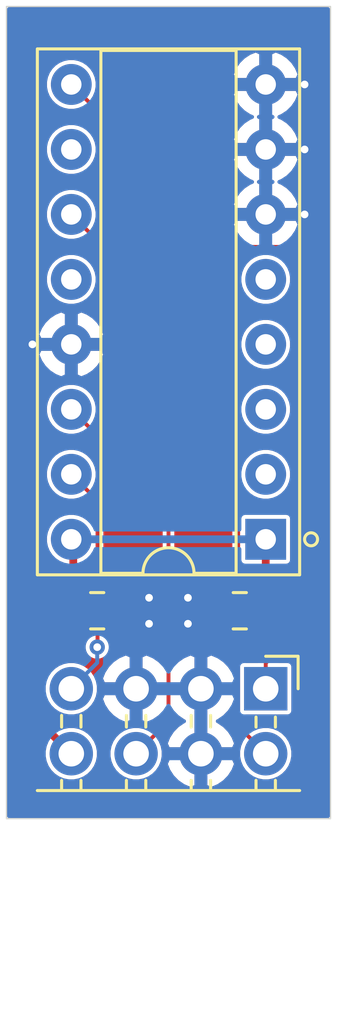
<source format=kicad_pcb>
(kicad_pcb (version 20171130) (host pcbnew "(5.1.5-0-10_14)")

  (general
    (thickness 1.6)
    (drawings 5)
    (tracks 52)
    (zones 0)
    (modules 4)
    (nets 13)
  )

  (page A4)
  (layers
    (0 F.Cu signal)
    (31 B.Cu signal)
    (32 B.Adhes user)
    (33 F.Adhes user)
    (34 B.Paste user)
    (35 F.Paste user)
    (36 B.SilkS user)
    (37 F.SilkS user)
    (38 B.Mask user)
    (39 F.Mask user)
    (40 Dwgs.User user)
    (41 Cmts.User user)
    (42 Eco1.User user)
    (43 Eco2.User user)
    (44 Edge.Cuts user)
    (45 Margin user)
    (46 B.CrtYd user)
    (47 F.CrtYd user)
    (48 B.Fab user hide)
    (49 F.Fab user hide)
  )

  (setup
    (last_trace_width 0.1524)
    (user_trace_width 0.1524)
    (user_trace_width 0.3048)
    (trace_clearance 0.1524)
    (zone_clearance 0.508)
    (zone_45_only no)
    (trace_min 0.1524)
    (via_size 0.6)
    (via_drill 0.3)
    (via_min_size 0.6)
    (via_min_drill 0.3)
    (user_via 0.6 0.3)
    (uvia_size 0.3)
    (uvia_drill 0.1)
    (uvias_allowed no)
    (uvia_min_size 0.2)
    (uvia_min_drill 0.1)
    (edge_width 0.05)
    (segment_width 0.2)
    (pcb_text_width 0.3)
    (pcb_text_size 1.5 1.5)
    (mod_edge_width 0.12)
    (mod_text_size 1 1)
    (mod_text_width 0.15)
    (pad_size 1.524 1.524)
    (pad_drill 0.762)
    (pad_to_mask_clearance 0.051)
    (solder_mask_min_width 0.25)
    (aux_axis_origin 0 0)
    (visible_elements FFFFFF7F)
    (pcbplotparams
      (layerselection 0x010fc_ffffffff)
      (usegerberextensions false)
      (usegerberattributes false)
      (usegerberadvancedattributes false)
      (creategerberjobfile false)
      (excludeedgelayer true)
      (linewidth 0.100000)
      (plotframeref false)
      (viasonmask false)
      (mode 1)
      (useauxorigin false)
      (hpglpennumber 1)
      (hpglpenspeed 20)
      (hpglpendiameter 15.000000)
      (psnegative false)
      (psa4output false)
      (plotreference true)
      (plotvalue true)
      (plotinvisibletext false)
      (padsonsilk false)
      (subtractmaskfromsilk false)
      (outputformat 1)
      (mirror false)
      (drillshape 0)
      (scaleselection 1)
      (outputdirectory "Gerbers/"))
  )

  (net 0 "")
  (net 1 +3V3)
  (net 2 /CIC_DATA1)
  (net 3 /CIC_DATA2)
  (net 4 GND)
  (net 5 /S_CLK)
  (net 6 /COLD_RESET#)
  (net 7 "Net-(U1-Pad5)")
  (net 8 "Net-(U1-Pad12)")
  (net 9 "Net-(U1-Pad4)")
  (net 10 "Net-(U1-Pad3)")
  (net 11 "Net-(U1-Pad10)")
  (net 12 "Net-(U1-Pad2)")

  (net_class Default "This is the default net class."
    (clearance 0.1524)
    (trace_width 0.1524)
    (via_dia 0.6)
    (via_drill 0.3)
    (uvia_dia 0.3)
    (uvia_drill 0.1)
    (add_net +3V3)
    (add_net /CIC_DATA1)
    (add_net /CIC_DATA2)
    (add_net /COLD_RESET#)
    (add_net /S_CLK)
    (add_net GND)
    (add_net "Net-(U1-Pad10)")
    (add_net "Net-(U1-Pad12)")
    (add_net "Net-(U1-Pad2)")
    (add_net "Net-(U1-Pad3)")
    (add_net "Net-(U1-Pad4)")
    (add_net "Net-(U1-Pad5)")
  )

  (module connector:PinHeader_2x04_P2.54mm_Horizontal (layer F.Cu) (tedit 5EAE5AAB) (tstamp 5EAEA892)
    (at 152.4 121.92 270)
    (descr "Through hole angled pin header, 2x04, 2.54mm pitch, 6mm pin length, double rows")
    (tags "Through hole angled pin header THT 2x04 2.54mm double row")
    (path /5EAE6A18)
    (fp_text reference J1 (at -3.048 -1.524 180) (layer F.SilkS) hide
      (effects (font (size 1 1) (thickness 0.15)))
    )
    (fp_text value Conn_02x04_Counter_Clockwise (at 5.655 9.89 90) (layer F.Fab)
      (effects (font (size 1 1) (thickness 0.15)))
    )
    (fp_text user %R (at 5.31 3.81) (layer F.Fab)
      (effects (font (size 1 1) (thickness 0.15)))
    )
    (fp_line (start 13.1 -1.8) (end -1.8 -1.8) (layer F.CrtYd) (width 0.05))
    (fp_line (start 13.1 9.4) (end 13.1 -1.8) (layer F.CrtYd) (width 0.05))
    (fp_line (start -1.8 9.4) (end 13.1 9.4) (layer F.CrtYd) (width 0.05))
    (fp_line (start -1.8 -1.8) (end -1.8 9.4) (layer F.CrtYd) (width 0.05))
    (fp_line (start -1.27 -1.27) (end 0 -1.27) (layer F.SilkS) (width 0.12))
    (fp_line (start -1.27 0) (end -1.27 -1.27) (layer F.SilkS) (width 0.12))
    (fp_line (start 1.042929 8) (end 1.497071 8) (layer F.SilkS) (width 0.12))
    (fp_line (start 1.042929 7.24) (end 1.497071 7.24) (layer F.SilkS) (width 0.12))
    (fp_line (start 3.582929 8) (end 3.98 8) (layer F.SilkS) (width 0.12))
    (fp_line (start 3.582929 7.24) (end 3.98 7.24) (layer F.SilkS) (width 0.12))
    (fp_line (start 1.042929 5.46) (end 1.497071 5.46) (layer F.SilkS) (width 0.12))
    (fp_line (start 1.042929 4.7) (end 1.497071 4.7) (layer F.SilkS) (width 0.12))
    (fp_line (start 3.582929 5.46) (end 3.98 5.46) (layer F.SilkS) (width 0.12))
    (fp_line (start 3.582929 4.7) (end 3.98 4.7) (layer F.SilkS) (width 0.12))
    (fp_line (start 1.042929 2.92) (end 1.497071 2.92) (layer F.SilkS) (width 0.12))
    (fp_line (start 1.042929 2.16) (end 1.497071 2.16) (layer F.SilkS) (width 0.12))
    (fp_line (start 3.582929 2.92) (end 3.98 2.92) (layer F.SilkS) (width 0.12))
    (fp_line (start 3.582929 2.16) (end 3.98 2.16) (layer F.SilkS) (width 0.12))
    (fp_line (start 1.11 0.38) (end 1.497071 0.38) (layer F.SilkS) (width 0.12))
    (fp_line (start 1.11 -0.38) (end 1.497071 -0.38) (layer F.SilkS) (width 0.12))
    (fp_line (start 3.582929 0.38) (end 3.98 0.38) (layer F.SilkS) (width 0.12))
    (fp_line (start 3.582929 -0.38) (end 3.98 -0.38) (layer F.SilkS) (width 0.12))
    (fp_line (start 3.98 -1.33) (end 3.98 8.95) (layer F.SilkS) (width 0.12))
    (fp_line (start -0.32 7.94) (end 4.04 7.94) (layer F.Fab) (width 0.1))
    (fp_line (start -0.32 7.3) (end -0.32 7.94) (layer F.Fab) (width 0.1))
    (fp_line (start -0.32 7.3) (end 4.04 7.3) (layer F.Fab) (width 0.1))
    (fp_line (start -0.32 5.4) (end 4.04 5.4) (layer F.Fab) (width 0.1))
    (fp_line (start -0.32 4.76) (end -0.32 5.4) (layer F.Fab) (width 0.1))
    (fp_line (start -0.32 4.76) (end 4.04 4.76) (layer F.Fab) (width 0.1))
    (fp_line (start -0.32 2.86) (end 4.04 2.86) (layer F.Fab) (width 0.1))
    (fp_line (start -0.32 2.22) (end -0.32 2.86) (layer F.Fab) (width 0.1))
    (fp_line (start -0.32 2.22) (end 4.04 2.22) (layer F.Fab) (width 0.1))
    (fp_line (start -0.32 0.32) (end 4.04 0.32) (layer F.Fab) (width 0.1))
    (fp_line (start -0.32 -0.32) (end -0.32 0.32) (layer F.Fab) (width 0.1))
    (fp_line (start -0.32 -0.32) (end 4.04 -0.32) (layer F.Fab) (width 0.1))
    (fp_line (start 4.04 8.89) (end 4.04 -0.635) (layer F.Fab) (width 0.1))
    (pad 8 thru_hole oval (at 2.54 7.62 270) (size 1.7 1.7) (drill 1) (layers *.Cu *.Mask)
      (net 1 +3V3))
    (pad 7 thru_hole oval (at 0 7.62 270) (size 1.7 1.7) (drill 1) (layers *.Cu *.Mask)
      (net 2 /CIC_DATA1))
    (pad 6 thru_hole oval (at 2.54 5.08 270) (size 1.7 1.7) (drill 1) (layers *.Cu *.Mask)
      (net 3 /CIC_DATA2))
    (pad 5 thru_hole oval (at 0 5.08 270) (size 1.7 1.7) (drill 1) (layers *.Cu *.Mask)
      (net 4 GND))
    (pad 4 thru_hole oval (at 2.54 2.54 270) (size 1.7 1.7) (drill 1) (layers *.Cu *.Mask)
      (net 4 GND))
    (pad 3 thru_hole oval (at 0 2.54 270) (size 1.7 1.7) (drill 1) (layers *.Cu *.Mask)
      (net 4 GND))
    (pad 2 thru_hole oval (at 2.54 0 270) (size 1.7 1.7) (drill 1) (layers *.Cu *.Mask)
      (net 5 /S_CLK))
    (pad 1 thru_hole rect (at 0 0 270) (size 1.7 1.7) (drill 1) (layers *.Cu *.Mask)
      (net 6 /COLD_RESET#))
    (model ${KISYS3DMOD}/Connector_PinHeader_2.54mm.3dshapes/PinHeader_2x04_P2.54mm_Horizontal.wrl
      (at (xyz 0 0 0))
      (scale (xyz 1 1 1))
      (rotate (xyz 0 0 0))
    )
  )

  (module Capacitor_SMD:C_0805_2012Metric (layer F.Cu) (tedit 5B36C52B) (tstamp 5EAEB039)
    (at 151.384 118.872 180)
    (descr "Capacitor SMD 0805 (2012 Metric), square (rectangular) end terminal, IPC_7351 nominal, (Body size source: https://docs.google.com/spreadsheets/d/1BsfQQcO9C6DZCsRaXUlFlo91Tg2WpOkGARC1WS5S8t0/edit?usp=sharing), generated with kicad-footprint-generator")
    (tags capacitor)
    (path /5EB01256)
    (attr smd)
    (fp_text reference C2 (at 2.794 0 180) (layer F.SilkS) hide
      (effects (font (size 1 1) (thickness 0.15)))
    )
    (fp_text value 100n (at 0 1.65) (layer F.Fab)
      (effects (font (size 1 1) (thickness 0.15)))
    )
    (fp_text user %R (at 0 0) (layer F.Fab)
      (effects (font (size 0.5 0.5) (thickness 0.08)))
    )
    (fp_line (start 1.68 0.95) (end -1.68 0.95) (layer F.CrtYd) (width 0.05))
    (fp_line (start 1.68 -0.95) (end 1.68 0.95) (layer F.CrtYd) (width 0.05))
    (fp_line (start -1.68 -0.95) (end 1.68 -0.95) (layer F.CrtYd) (width 0.05))
    (fp_line (start -1.68 0.95) (end -1.68 -0.95) (layer F.CrtYd) (width 0.05))
    (fp_line (start -0.258578 0.71) (end 0.258578 0.71) (layer F.SilkS) (width 0.12))
    (fp_line (start -0.258578 -0.71) (end 0.258578 -0.71) (layer F.SilkS) (width 0.12))
    (fp_line (start 1 0.6) (end -1 0.6) (layer F.Fab) (width 0.1))
    (fp_line (start 1 -0.6) (end 1 0.6) (layer F.Fab) (width 0.1))
    (fp_line (start -1 -0.6) (end 1 -0.6) (layer F.Fab) (width 0.1))
    (fp_line (start -1 0.6) (end -1 -0.6) (layer F.Fab) (width 0.1))
    (pad 2 smd roundrect (at 0.9375 0 180) (size 0.975 1.4) (layers F.Cu F.Paste F.Mask) (roundrect_rratio 0.25)
      (net 4 GND))
    (pad 1 smd roundrect (at -0.9375 0 180) (size 0.975 1.4) (layers F.Cu F.Paste F.Mask) (roundrect_rratio 0.25)
      (net 1 +3V3))
    (model ${KISYS3DMOD}/Capacitor_SMD.3dshapes/C_0805_2012Metric.wrl
      (at (xyz 0 0 0))
      (scale (xyz 1 1 1))
      (rotate (xyz 0 0 0))
    )
  )

  (module Capacitor_SMD:C_0805_2012Metric (layer F.Cu) (tedit 5B36C52B) (tstamp 5EAEB549)
    (at 145.796 118.872)
    (descr "Capacitor SMD 0805 (2012 Metric), square (rectangular) end terminal, IPC_7351 nominal, (Body size source: https://docs.google.com/spreadsheets/d/1BsfQQcO9C6DZCsRaXUlFlo91Tg2WpOkGARC1WS5S8t0/edit?usp=sharing), generated with kicad-footprint-generator")
    (tags capacitor)
    (path /5EB00882)
    (attr smd)
    (fp_text reference C1 (at 2.794 0 180) (layer F.SilkS) hide
      (effects (font (size 1 1) (thickness 0.15)))
    )
    (fp_text value 2u2 (at 0 1.65) (layer F.Fab)
      (effects (font (size 1 1) (thickness 0.15)))
    )
    (fp_text user %R (at 0 0) (layer F.Fab)
      (effects (font (size 0.5 0.5) (thickness 0.08)))
    )
    (fp_line (start 1.68 0.95) (end -1.68 0.95) (layer F.CrtYd) (width 0.05))
    (fp_line (start 1.68 -0.95) (end 1.68 0.95) (layer F.CrtYd) (width 0.05))
    (fp_line (start -1.68 -0.95) (end 1.68 -0.95) (layer F.CrtYd) (width 0.05))
    (fp_line (start -1.68 0.95) (end -1.68 -0.95) (layer F.CrtYd) (width 0.05))
    (fp_line (start -0.258578 0.71) (end 0.258578 0.71) (layer F.SilkS) (width 0.12))
    (fp_line (start -0.258578 -0.71) (end 0.258578 -0.71) (layer F.SilkS) (width 0.12))
    (fp_line (start 1 0.6) (end -1 0.6) (layer F.Fab) (width 0.1))
    (fp_line (start 1 -0.6) (end 1 0.6) (layer F.Fab) (width 0.1))
    (fp_line (start -1 -0.6) (end 1 -0.6) (layer F.Fab) (width 0.1))
    (fp_line (start -1 0.6) (end -1 -0.6) (layer F.Fab) (width 0.1))
    (pad 2 smd roundrect (at 0.9375 0) (size 0.975 1.4) (layers F.Cu F.Paste F.Mask) (roundrect_rratio 0.25)
      (net 4 GND))
    (pad 1 smd roundrect (at -0.9375 0) (size 0.975 1.4) (layers F.Cu F.Paste F.Mask) (roundrect_rratio 0.25)
      (net 1 +3V3))
    (model ${KISYS3DMOD}/Capacitor_SMD.3dshapes/C_0805_2012Metric.wrl
      (at (xyz 0 0 0))
      (scale (xyz 1 1 1))
      (rotate (xyz 0 0 0))
    )
  )

  (module Package_DIP:DIP-16_W7.62mm_Socket (layer F.Cu) (tedit 5A02E8C5) (tstamp 5EAEA8BE)
    (at 152.4 116.078 180)
    (descr "16-lead though-hole mounted DIP package, row spacing 7.62 mm (300 mils), Socket")
    (tags "THT DIP DIL PDIP 2.54mm 7.62mm 300mil Socket")
    (path /5EAE78FD)
    (fp_text reference U1 (at 7.62 20.32 180) (layer F.SilkS) hide
      (effects (font (size 1 1) (thickness 0.15)))
    )
    (fp_text value CIC-NUS-6102A (at 3.81 20.11) (layer F.Fab)
      (effects (font (size 1 1) (thickness 0.15)))
    )
    (fp_text user %R (at 3.81 8.89) (layer F.Fab)
      (effects (font (size 1 1) (thickness 0.15)))
    )
    (fp_line (start 9.15 -1.6) (end -1.55 -1.6) (layer F.CrtYd) (width 0.05))
    (fp_line (start 9.15 19.4) (end 9.15 -1.6) (layer F.CrtYd) (width 0.05))
    (fp_line (start -1.55 19.4) (end 9.15 19.4) (layer F.CrtYd) (width 0.05))
    (fp_line (start -1.55 -1.6) (end -1.55 19.4) (layer F.CrtYd) (width 0.05))
    (fp_line (start 8.95 -1.39) (end -1.33 -1.39) (layer F.SilkS) (width 0.12))
    (fp_line (start 8.95 19.17) (end 8.95 -1.39) (layer F.SilkS) (width 0.12))
    (fp_line (start -1.33 19.17) (end 8.95 19.17) (layer F.SilkS) (width 0.12))
    (fp_line (start -1.33 -1.39) (end -1.33 19.17) (layer F.SilkS) (width 0.12))
    (fp_line (start 6.46 -1.33) (end 4.81 -1.33) (layer F.SilkS) (width 0.12))
    (fp_line (start 6.46 19.11) (end 6.46 -1.33) (layer F.SilkS) (width 0.12))
    (fp_line (start 1.16 19.11) (end 6.46 19.11) (layer F.SilkS) (width 0.12))
    (fp_line (start 1.16 -1.33) (end 1.16 19.11) (layer F.SilkS) (width 0.12))
    (fp_line (start 2.81 -1.33) (end 1.16 -1.33) (layer F.SilkS) (width 0.12))
    (fp_line (start 8.89 -1.33) (end -1.27 -1.33) (layer F.Fab) (width 0.1))
    (fp_line (start 8.89 19.11) (end 8.89 -1.33) (layer F.Fab) (width 0.1))
    (fp_line (start -1.27 19.11) (end 8.89 19.11) (layer F.Fab) (width 0.1))
    (fp_line (start -1.27 -1.33) (end -1.27 19.11) (layer F.Fab) (width 0.1))
    (fp_line (start 0.635 -0.27) (end 1.635 -1.27) (layer F.Fab) (width 0.1))
    (fp_line (start 0.635 19.05) (end 0.635 -0.27) (layer F.Fab) (width 0.1))
    (fp_line (start 6.985 19.05) (end 0.635 19.05) (layer F.Fab) (width 0.1))
    (fp_line (start 6.985 -1.27) (end 6.985 19.05) (layer F.Fab) (width 0.1))
    (fp_line (start 1.635 -1.27) (end 6.985 -1.27) (layer F.Fab) (width 0.1))
    (fp_arc (start 3.81 -1.33) (end 2.81 -1.33) (angle -180) (layer F.SilkS) (width 0.12))
    (pad 16 thru_hole oval (at 7.62 0 180) (size 1.6 1.6) (drill 0.8) (layers *.Cu *.Mask)
      (net 1 +3V3))
    (pad 8 thru_hole oval (at 0 17.78 180) (size 1.6 1.6) (drill 0.8) (layers *.Cu *.Mask)
      (net 4 GND))
    (pad 15 thru_hole oval (at 7.62 2.54 180) (size 1.6 1.6) (drill 0.8) (layers *.Cu *.Mask)
      (net 2 /CIC_DATA1))
    (pad 7 thru_hole oval (at 0 15.24 180) (size 1.6 1.6) (drill 0.8) (layers *.Cu *.Mask)
      (net 4 GND))
    (pad 14 thru_hole oval (at 7.62 5.08 180) (size 1.6 1.6) (drill 0.8) (layers *.Cu *.Mask)
      (net 3 /CIC_DATA2))
    (pad 6 thru_hole oval (at 0 12.7 180) (size 1.6 1.6) (drill 0.8) (layers *.Cu *.Mask)
      (net 4 GND))
    (pad 13 thru_hole oval (at 7.62 7.62 180) (size 1.6 1.6) (drill 0.8) (layers *.Cu *.Mask)
      (net 4 GND))
    (pad 5 thru_hole oval (at 0 10.16 180) (size 1.6 1.6) (drill 0.8) (layers *.Cu *.Mask)
      (net 7 "Net-(U1-Pad5)"))
    (pad 12 thru_hole oval (at 7.62 10.16 180) (size 1.6 1.6) (drill 0.8) (layers *.Cu *.Mask)
      (net 8 "Net-(U1-Pad12)"))
    (pad 4 thru_hole oval (at 0 7.62 180) (size 1.6 1.6) (drill 0.8) (layers *.Cu *.Mask)
      (net 9 "Net-(U1-Pad4)"))
    (pad 11 thru_hole oval (at 7.62 12.7 180) (size 1.6 1.6) (drill 0.8) (layers *.Cu *.Mask)
      (net 5 /S_CLK))
    (pad 3 thru_hole oval (at 0 5.08 180) (size 1.6 1.6) (drill 0.8) (layers *.Cu *.Mask)
      (net 10 "Net-(U1-Pad3)"))
    (pad 10 thru_hole oval (at 7.62 15.24 180) (size 1.6 1.6) (drill 0.8) (layers *.Cu *.Mask)
      (net 11 "Net-(U1-Pad10)"))
    (pad 2 thru_hole oval (at 0 2.54 180) (size 1.6 1.6) (drill 0.8) (layers *.Cu *.Mask)
      (net 12 "Net-(U1-Pad2)"))
    (pad 9 thru_hole oval (at 7.62 17.78 180) (size 1.6 1.6) (drill 0.8) (layers *.Cu *.Mask)
      (net 6 /COLD_RESET#))
    (pad 1 thru_hole rect (at 0 0 180) (size 1.6 1.6) (drill 0.8) (layers *.Cu *.Mask)
      (net 1 +3V3))
    (model ${KISYS3DMOD}/Package_DIP.3dshapes/DIP-16_W7.62mm_Socket.wrl
      (at (xyz 0 0 0))
      (scale (xyz 1 1 1))
      (rotate (xyz 0 0 0))
    )
  )

  (gr_circle (center 154.178 116.078) (end 154.178 116.332) (layer F.SilkS) (width 0.12))
  (gr_line (start 154.94 95.25) (end 154.94 127) (layer Edge.Cuts) (width 0.05) (tstamp 5EAEBC74))
  (gr_line (start 142.24 95.25) (end 154.94 95.25) (layer Edge.Cuts) (width 0.05))
  (gr_line (start 142.24 127) (end 142.24 95.25) (layer Edge.Cuts) (width 0.05))
  (gr_line (start 154.94 127) (end 142.24 127) (layer Edge.Cuts) (width 0.05))

  (segment (start 144.372973 119.357527) (end 144.8585 118.872) (width 0.3048) (layer F.Cu) (net 1))
  (segment (start 143.625199 123.305199) (end 143.625199 120.105301) (width 0.3048) (layer F.Cu) (net 1))
  (segment (start 143.625199 120.105301) (end 144.372973 119.357527) (width 0.3048) (layer F.Cu) (net 1))
  (segment (start 144.78 124.46) (end 143.625199 123.305199) (width 0.3048) (layer F.Cu) (net 1))
  (segment (start 144.78 116.078) (end 152.4 116.078) (width 0.3048) (layer B.Cu) (net 1))
  (segment (start 152.4 118.9505) (end 152.3215 118.872) (width 0.3048) (layer F.Cu) (net 1))
  (segment (start 152.5755 116.2535) (end 152.4 116.078) (width 0.3048) (layer F.Cu) (net 1))
  (segment (start 144.8585 116.1565) (end 144.78 116.078) (width 0.3048) (layer F.Cu) (net 1))
  (segment (start 144.8585 118.872) (end 144.8585 116.1565) (width 0.3048) (layer F.Cu) (net 1))
  (segment (start 152.4 118.7935) (end 152.3215 118.872) (width 0.3048) (layer F.Cu) (net 1))
  (segment (start 152.4 116.078) (end 152.4 118.7935) (width 0.3048) (layer F.Cu) (net 1))
  (segment (start 145.579999 114.337999) (end 144.78 113.538) (width 0.1524) (layer F.Cu) (net 2))
  (segment (start 145.808601 114.566601) (end 145.579999 114.337999) (width 0.1524) (layer F.Cu) (net 2))
  (segment (start 145.796 120.904) (end 145.796 120.5992) (width 0.1524) (layer B.Cu) (net 2))
  (via (at 145.796 120.2944) (size 0.6) (drill 0.3) (layers F.Cu B.Cu) (net 2))
  (segment (start 145.808601 120.281799) (end 145.796 120.2944) (width 0.1524) (layer F.Cu) (net 2))
  (segment (start 145.808601 114.566601) (end 145.808601 120.281799) (width 0.1524) (layer F.Cu) (net 2))
  (segment (start 145.796 120.904) (end 144.78 121.92) (width 0.1524) (layer B.Cu) (net 2))
  (segment (start 145.796 120.2944) (end 145.796 120.904) (width 0.1524) (layer B.Cu) (net 2))
  (segment (start 148.59 114.808) (end 145.579999 111.797999) (width 0.1524) (layer F.Cu) (net 3))
  (segment (start 145.579999 111.797999) (end 144.78 110.998) (width 0.1524) (layer F.Cu) (net 3))
  (segment (start 148.59 123.19) (end 148.59 114.808) (width 0.1524) (layer F.Cu) (net 3))
  (segment (start 147.32 124.46) (end 148.59 123.19) (width 0.1524) (layer F.Cu) (net 3))
  (via (at 149.352 119.38) (size 0.6) (drill 0.3) (layers F.Cu B.Cu) (net 4))
  (via (at 149.352 118.364) (size 0.6) (drill 0.3) (layers F.Cu B.Cu) (net 4))
  (via (at 147.828 119.38) (size 0.6) (drill 0.3) (layers F.Cu B.Cu) (net 4))
  (via (at 147.828 118.364) (size 0.6) (drill 0.3) (layers F.Cu B.Cu) (net 4))
  (segment (start 147.828 118.364) (end 147.32 118.872) (width 0.3048) (layer F.Cu) (net 4))
  (segment (start 147.32 118.872) (end 147.828 119.38) (width 0.3048) (layer F.Cu) (net 4))
  (segment (start 147.32 118.872) (end 146.7335 118.872) (width 0.3048) (layer F.Cu) (net 4))
  (segment (start 149.352 119.38) (end 149.86 118.872) (width 0.3048) (layer F.Cu) (net 4))
  (segment (start 149.86 118.872) (end 149.352 118.364) (width 0.3048) (layer F.Cu) (net 4))
  (segment (start 149.86 118.872) (end 150.4465 118.872) (width 0.3048) (layer F.Cu) (net 4))
  (via (at 153.924 98.298) (size 0.6) (drill 0.3) (layers F.Cu B.Cu) (net 4))
  (via (at 153.924 100.838) (size 0.6) (drill 0.3) (layers F.Cu B.Cu) (net 4))
  (via (at 153.924 103.378) (size 0.6) (drill 0.3) (layers F.Cu B.Cu) (net 4))
  (segment (start 152.4 98.298) (end 153.924 98.298) (width 0.3048) (layer F.Cu) (net 4))
  (segment (start 152.4 100.838) (end 153.924 100.838) (width 0.3048) (layer F.Cu) (net 4))
  (segment (start 152.4 103.378) (end 153.924 103.378) (width 0.3048) (layer F.Cu) (net 4))
  (via (at 143.256 108.458) (size 0.6) (drill 0.3) (layers F.Cu B.Cu) (net 4))
  (segment (start 144.78 108.458) (end 143.256 108.458) (width 0.3048) (layer F.Cu) (net 4))
  (segment (start 145.579999 104.177999) (end 144.78 103.378) (width 0.1524) (layer F.Cu) (net 5))
  (segment (start 151.321399 109.919399) (end 145.579999 104.177999) (width 0.1524) (layer F.Cu) (net 5))
  (segment (start 151.321399 123.381399) (end 151.321399 109.919399) (width 0.1524) (layer F.Cu) (net 5))
  (segment (start 152.4 124.46) (end 151.321399 123.381399) (width 0.1524) (layer F.Cu) (net 5))
  (segment (start 145.579999 99.097999) (end 144.78 98.298) (width 0.1524) (layer F.Cu) (net 6))
  (segment (start 151.13 104.648) (end 145.579999 99.097999) (width 0.1524) (layer F.Cu) (net 6))
  (segment (start 153.924 105.664) (end 152.908 104.648) (width 0.1524) (layer F.Cu) (net 6))
  (segment (start 153.924 119.3936) (end 153.924 105.664) (width 0.1524) (layer F.Cu) (net 6))
  (segment (start 152.4 120.9176) (end 153.924 119.3936) (width 0.1524) (layer F.Cu) (net 6))
  (segment (start 152.908 104.648) (end 151.13 104.648) (width 0.1524) (layer F.Cu) (net 6))
  (segment (start 152.4 121.92) (end 152.4 120.9176) (width 0.1524) (layer F.Cu) (net 6))

  (zone (net 4) (net_name GND) (layer F.Cu) (tstamp 5EB220D3) (hatch edge 0.508)
    (connect_pads (clearance 0))
    (min_thickness 0.1524)
    (fill yes (arc_segments 32) (thermal_gap 0.508) (thermal_bridge_width 0.508))
    (polygon
      (pts
        (xy 155.194 127.254) (xy 141.986 127.254) (xy 141.986 94.996) (xy 155.194 94.996)
      )
    )
    (filled_polygon
      (pts
        (xy 154.838801 126.8988) (xy 142.3412 126.8988) (xy 142.3412 120.105301) (xy 143.242356 120.105301) (xy 143.2442 120.124021)
        (xy 143.244199 123.286489) (xy 143.242356 123.305199) (xy 143.244199 123.323909) (xy 143.244199 123.323911) (xy 143.249712 123.379887)
        (xy 143.254711 123.396365) (xy 143.271498 123.451706) (xy 143.306877 123.517895) (xy 143.322865 123.537376) (xy 143.354488 123.57591)
        (xy 143.369031 123.587845) (xy 143.79666 124.015475) (xy 143.74285 124.145384) (xy 143.7014 124.353767) (xy 143.7014 124.566233)
        (xy 143.74285 124.774616) (xy 143.824157 124.970909) (xy 143.942197 125.147567) (xy 144.092433 125.297803) (xy 144.269091 125.415843)
        (xy 144.465384 125.49715) (xy 144.673767 125.5386) (xy 144.886233 125.5386) (xy 145.094616 125.49715) (xy 145.290909 125.415843)
        (xy 145.467567 125.297803) (xy 145.617803 125.147567) (xy 145.735843 124.970909) (xy 145.81715 124.774616) (xy 145.8586 124.566233)
        (xy 145.8586 124.353767) (xy 145.81715 124.145384) (xy 145.735843 123.949091) (xy 145.617803 123.772433) (xy 145.467567 123.622197)
        (xy 145.290909 123.504157) (xy 145.094616 123.42285) (xy 144.886233 123.3814) (xy 144.673767 123.3814) (xy 144.465384 123.42285)
        (xy 144.335475 123.47666) (xy 144.006199 123.147385) (xy 144.006199 122.671569) (xy 144.092433 122.757803) (xy 144.269091 122.875843)
        (xy 144.465384 122.95715) (xy 144.673767 122.9986) (xy 144.886233 122.9986) (xy 145.094616 122.95715) (xy 145.290909 122.875843)
        (xy 145.467567 122.757803) (xy 145.617803 122.607567) (xy 145.735843 122.430909) (xy 145.782511 122.31824) (xy 145.942192 122.31824)
        (xy 146.046359 122.579385) (xy 146.199471 122.81519) (xy 146.395645 123.016594) (xy 146.627341 123.175856) (xy 146.885656 123.286856)
        (xy 146.921761 123.297801) (xy 147.1422 123.19582) (xy 147.1422 122.0978) (xy 146.042907 122.0978) (xy 145.942192 122.31824)
        (xy 145.782511 122.31824) (xy 145.81715 122.234616) (xy 145.8586 122.026233) (xy 145.8586 121.813767) (xy 145.81715 121.605384)
        (xy 145.782512 121.52176) (xy 145.942192 121.52176) (xy 146.042907 121.7422) (xy 147.1422 121.7422) (xy 147.1422 120.64418)
        (xy 146.921761 120.542199) (xy 146.885656 120.553144) (xy 146.627341 120.664144) (xy 146.395645 120.823406) (xy 146.199471 121.02481)
        (xy 146.046359 121.260615) (xy 145.942192 121.52176) (xy 145.782512 121.52176) (xy 145.735843 121.409091) (xy 145.617803 121.232433)
        (xy 145.467567 121.082197) (xy 145.290909 120.964157) (xy 145.094616 120.88285) (xy 144.886233 120.8414) (xy 144.673767 120.8414)
        (xy 144.465384 120.88285) (xy 144.269091 120.964157) (xy 144.092433 121.082197) (xy 144.006199 121.168431) (xy 144.006199 120.263115)
        (xy 144.487337 119.781978) (xy 144.522383 119.792609) (xy 144.61475 119.801706) (xy 145.10225 119.801706) (xy 145.194617 119.792609)
        (xy 145.283434 119.765666) (xy 145.365288 119.721914) (xy 145.437034 119.663034) (xy 145.495914 119.591288) (xy 145.503802 119.576531)
        (xy 145.503802 119.853898) (xy 145.459037 119.883809) (xy 145.385409 119.957437) (xy 145.32756 120.044014) (xy 145.287713 120.140213)
        (xy 145.2674 120.242337) (xy 145.2674 120.346463) (xy 145.287713 120.448587) (xy 145.32756 120.544786) (xy 145.385409 120.631363)
        (xy 145.459037 120.704991) (xy 145.545614 120.76284) (xy 145.641813 120.802687) (xy 145.743937 120.823) (xy 145.848063 120.823)
        (xy 145.950187 120.802687) (xy 146.046386 120.76284) (xy 146.132963 120.704991) (xy 146.206591 120.631363) (xy 146.26444 120.544786)
        (xy 146.304287 120.448587) (xy 146.3246 120.346463) (xy 146.3246 120.242337) (xy 146.307817 120.157959) (xy 146.40965 120.1562)
        (xy 146.5557 120.01015) (xy 146.5557 119.0498) (xy 146.9113 119.0498) (xy 146.9113 120.01015) (xy 147.05735 120.1562)
        (xy 147.221 120.159027) (xy 147.335523 120.147747) (xy 147.445646 120.114342) (xy 147.547135 120.060095) (xy 147.636091 119.987091)
        (xy 147.709095 119.898135) (xy 147.763342 119.796646) (xy 147.796747 119.686523) (xy 147.808027 119.572) (xy 147.8052 119.19585)
        (xy 147.65915 119.0498) (xy 146.9113 119.0498) (xy 146.5557 119.0498) (xy 146.5357 119.0498) (xy 146.5357 118.6942)
        (xy 146.5557 118.6942) (xy 146.5557 117.73385) (xy 146.9113 117.73385) (xy 146.9113 118.6942) (xy 147.65915 118.6942)
        (xy 147.8052 118.54815) (xy 147.808027 118.172) (xy 147.796747 118.057477) (xy 147.763342 117.947354) (xy 147.709095 117.845865)
        (xy 147.636091 117.756909) (xy 147.547135 117.683905) (xy 147.445646 117.629658) (xy 147.335523 117.596253) (xy 147.221 117.584973)
        (xy 147.05735 117.5878) (xy 146.9113 117.73385) (xy 146.5557 117.73385) (xy 146.40965 117.5878) (xy 146.246 117.584973)
        (xy 146.131477 117.596253) (xy 146.113401 117.601736) (xy 146.113401 114.581558) (xy 146.114874 114.5666) (xy 146.113401 114.551642)
        (xy 146.113401 114.551635) (xy 146.10899 114.50685) (xy 146.091561 114.449395) (xy 146.063259 114.396444) (xy 146.025169 114.350033)
        (xy 146.013546 114.340494) (xy 145.806111 114.13306) (xy 145.806107 114.133055) (xy 145.693509 114.020457) (xy 145.769072 113.838032)
        (xy 145.8086 113.639308) (xy 145.8086 113.436692) (xy 145.769072 113.237968) (xy 145.691534 113.050775) (xy 145.578966 112.882306)
        (xy 145.435694 112.739034) (xy 145.267225 112.626466) (xy 145.080032 112.548928) (xy 144.881308 112.5094) (xy 144.678692 112.5094)
        (xy 144.479968 112.548928) (xy 144.292775 112.626466) (xy 144.124306 112.739034) (xy 143.981034 112.882306) (xy 143.868466 113.050775)
        (xy 143.790928 113.237968) (xy 143.7514 113.436692) (xy 143.7514 113.639308) (xy 143.790928 113.838032) (xy 143.868466 114.025225)
        (xy 143.981034 114.193694) (xy 144.124306 114.336966) (xy 144.292775 114.449534) (xy 144.479968 114.527072) (xy 144.678692 114.5666)
        (xy 144.881308 114.5666) (xy 145.080032 114.527072) (xy 145.262457 114.451509) (xy 145.375055 114.564107) (xy 145.37506 114.564111)
        (xy 145.503801 114.692853) (xy 145.503801 115.347141) (xy 145.435694 115.279034) (xy 145.267225 115.166466) (xy 145.080032 115.088928)
        (xy 144.881308 115.0494) (xy 144.678692 115.0494) (xy 144.479968 115.088928) (xy 144.292775 115.166466) (xy 144.124306 115.279034)
        (xy 143.981034 115.422306) (xy 143.868466 115.590775) (xy 143.790928 115.777968) (xy 143.7514 115.976692) (xy 143.7514 116.179308)
        (xy 143.790928 116.378032) (xy 143.868466 116.565225) (xy 143.981034 116.733694) (xy 144.124306 116.876966) (xy 144.292775 116.989534)
        (xy 144.477501 117.06605) (xy 144.4775 117.965006) (xy 144.433566 117.978334) (xy 144.351712 118.022086) (xy 144.279966 118.080966)
        (xy 144.221086 118.152712) (xy 144.177334 118.234566) (xy 144.150391 118.323383) (xy 144.141294 118.41575) (xy 144.141294 119.050392)
        (xy 144.116802 119.074884) (xy 144.116797 119.074888) (xy 143.369026 119.82266) (xy 143.354489 119.83459) (xy 143.34256 119.849126)
        (xy 143.306877 119.892605) (xy 143.271498 119.958794) (xy 143.249713 120.030613) (xy 143.242356 120.105301) (xy 142.3412 120.105301)
        (xy 142.3412 110.896692) (xy 143.7514 110.896692) (xy 143.7514 111.099308) (xy 143.790928 111.298032) (xy 143.868466 111.485225)
        (xy 143.981034 111.653694) (xy 144.124306 111.796966) (xy 144.292775 111.909534) (xy 144.479968 111.987072) (xy 144.678692 112.0266)
        (xy 144.881308 112.0266) (xy 145.080032 111.987072) (xy 145.262457 111.911509) (xy 145.375055 112.024107) (xy 145.375061 112.024112)
        (xy 148.285201 114.934253) (xy 148.2852 120.86534) (xy 148.244355 120.823406) (xy 148.012659 120.664144) (xy 147.754344 120.553144)
        (xy 147.718239 120.542199) (xy 147.4978 120.64418) (xy 147.4978 121.7422) (xy 147.5178 121.7422) (xy 147.5178 122.0978)
        (xy 147.4978 122.0978) (xy 147.4978 123.19582) (xy 147.718239 123.297801) (xy 147.754344 123.286856) (xy 148.012659 123.175856)
        (xy 148.244355 123.016594) (xy 148.2852 122.97466) (xy 148.2852 123.063748) (xy 147.839231 123.509718) (xy 147.830909 123.504157)
        (xy 147.634616 123.42285) (xy 147.426233 123.3814) (xy 147.213767 123.3814) (xy 147.005384 123.42285) (xy 146.809091 123.504157)
        (xy 146.632433 123.622197) (xy 146.482197 123.772433) (xy 146.364157 123.949091) (xy 146.28285 124.145384) (xy 146.2414 124.353767)
        (xy 146.2414 124.566233) (xy 146.28285 124.774616) (xy 146.364157 124.970909) (xy 146.482197 125.147567) (xy 146.632433 125.297803)
        (xy 146.809091 125.415843) (xy 147.005384 125.49715) (xy 147.213767 125.5386) (xy 147.426233 125.5386) (xy 147.634616 125.49715)
        (xy 147.830909 125.415843) (xy 148.007567 125.297803) (xy 148.157803 125.147567) (xy 148.275843 124.970909) (xy 148.322511 124.85824)
        (xy 148.482192 124.85824) (xy 148.586359 125.119385) (xy 148.739471 125.35519) (xy 148.935645 125.556594) (xy 149.167341 125.715856)
        (xy 149.425656 125.826856) (xy 149.461761 125.837801) (xy 149.6822 125.73582) (xy 149.6822 124.6378) (xy 150.0378 124.6378)
        (xy 150.0378 125.73582) (xy 150.258239 125.837801) (xy 150.294344 125.826856) (xy 150.552659 125.715856) (xy 150.784355 125.556594)
        (xy 150.980529 125.35519) (xy 151.133641 125.119385) (xy 151.237808 124.85824) (xy 151.137093 124.6378) (xy 150.0378 124.6378)
        (xy 149.6822 124.6378) (xy 148.582907 124.6378) (xy 148.482192 124.85824) (xy 148.322511 124.85824) (xy 148.35715 124.774616)
        (xy 148.3986 124.566233) (xy 148.3986 124.353767) (xy 148.35715 124.145384) (xy 148.275843 123.949091) (xy 148.270282 123.940769)
        (xy 148.794945 123.416107) (xy 148.806568 123.406568) (xy 148.844658 123.360157) (xy 148.87296 123.307206) (xy 148.890389 123.249751)
        (xy 148.8948 123.204966) (xy 148.8948 123.204959) (xy 148.896273 123.190001) (xy 148.8948 123.175043) (xy 148.8948 122.97466)
        (xy 148.935645 123.016594) (xy 149.167341 123.175856) (xy 149.200256 123.19) (xy 149.167341 123.204144) (xy 148.935645 123.363406)
        (xy 148.739471 123.56481) (xy 148.586359 123.800615) (xy 148.482192 124.06176) (xy 148.582907 124.2822) (xy 149.6822 124.2822)
        (xy 149.6822 122.0978) (xy 149.6622 122.0978) (xy 149.6622 121.7422) (xy 149.6822 121.7422) (xy 149.6822 120.64418)
        (xy 149.461761 120.542199) (xy 149.425656 120.553144) (xy 149.167341 120.664144) (xy 148.935645 120.823406) (xy 148.8948 120.86534)
        (xy 148.8948 119.572) (xy 149.371973 119.572) (xy 149.383253 119.686523) (xy 149.416658 119.796646) (xy 149.470905 119.898135)
        (xy 149.543909 119.987091) (xy 149.632865 120.060095) (xy 149.734354 120.114342) (xy 149.844477 120.147747) (xy 149.959 120.159027)
        (xy 150.12265 120.1562) (xy 150.2687 120.01015) (xy 150.2687 119.0498) (xy 149.52085 119.0498) (xy 149.3748 119.19585)
        (xy 149.371973 119.572) (xy 148.8948 119.572) (xy 148.8948 118.172) (xy 149.371973 118.172) (xy 149.3748 118.54815)
        (xy 149.52085 118.6942) (xy 150.2687 118.6942) (xy 150.2687 117.73385) (xy 150.12265 117.5878) (xy 149.959 117.584973)
        (xy 149.844477 117.596253) (xy 149.734354 117.629658) (xy 149.632865 117.683905) (xy 149.543909 117.756909) (xy 149.470905 117.845865)
        (xy 149.416658 117.947354) (xy 149.383253 118.057477) (xy 149.371973 118.172) (xy 148.8948 118.172) (xy 148.8948 114.822957)
        (xy 148.896273 114.807999) (xy 148.8948 114.793041) (xy 148.8948 114.793034) (xy 148.890389 114.748249) (xy 148.87296 114.690794)
        (xy 148.844658 114.637843) (xy 148.806568 114.591432) (xy 148.794944 114.581892) (xy 145.806112 111.593061) (xy 145.806107 111.593055)
        (xy 145.693509 111.480457) (xy 145.769072 111.298032) (xy 145.8086 111.099308) (xy 145.8086 110.896692) (xy 145.769072 110.697968)
        (xy 145.691534 110.510775) (xy 145.578966 110.342306) (xy 145.435694 110.199034) (xy 145.267225 110.086466) (xy 145.080032 110.008928)
        (xy 144.881308 109.9694) (xy 144.678692 109.9694) (xy 144.479968 110.008928) (xy 144.292775 110.086466) (xy 144.124306 110.199034)
        (xy 143.981034 110.342306) (xy 143.868466 110.510775) (xy 143.790928 110.697968) (xy 143.7514 110.896692) (xy 142.3412 110.896692)
        (xy 142.3412 108.848354) (xy 143.451982 108.848354) (xy 143.458917 108.871244) (xy 143.564921 109.121034) (xy 143.71762 109.345344)
        (xy 143.911146 109.535554) (xy 144.138061 109.684354) (xy 144.389645 109.786026) (xy 144.6022 109.684691) (xy 144.6022 108.6358)
        (xy 144.9578 108.6358) (xy 144.9578 109.684691) (xy 145.170355 109.786026) (xy 145.421939 109.684354) (xy 145.648854 109.535554)
        (xy 145.84238 109.345344) (xy 145.995079 109.121034) (xy 146.101083 108.871244) (xy 146.108018 108.848354) (xy 146.005317 108.6358)
        (xy 144.9578 108.6358) (xy 144.6022 108.6358) (xy 143.554683 108.6358) (xy 143.451982 108.848354) (xy 142.3412 108.848354)
        (xy 142.3412 108.067646) (xy 143.451982 108.067646) (xy 143.554683 108.2802) (xy 144.6022 108.2802) (xy 144.6022 107.231309)
        (xy 144.9578 107.231309) (xy 144.9578 108.2802) (xy 146.005317 108.2802) (xy 146.108018 108.067646) (xy 146.101083 108.044756)
        (xy 145.995079 107.794966) (xy 145.84238 107.570656) (xy 145.648854 107.380446) (xy 145.421939 107.231646) (xy 145.170355 107.129974)
        (xy 144.9578 107.231309) (xy 144.6022 107.231309) (xy 144.389645 107.129974) (xy 144.138061 107.231646) (xy 143.911146 107.380446)
        (xy 143.71762 107.570656) (xy 143.564921 107.794966) (xy 143.458917 108.044756) (xy 143.451982 108.067646) (xy 142.3412 108.067646)
        (xy 142.3412 105.816692) (xy 143.7514 105.816692) (xy 143.7514 106.019308) (xy 143.790928 106.218032) (xy 143.868466 106.405225)
        (xy 143.981034 106.573694) (xy 144.124306 106.716966) (xy 144.292775 106.829534) (xy 144.479968 106.907072) (xy 144.678692 106.9466)
        (xy 144.881308 106.9466) (xy 145.080032 106.907072) (xy 145.267225 106.829534) (xy 145.435694 106.716966) (xy 145.578966 106.573694)
        (xy 145.691534 106.405225) (xy 145.769072 106.218032) (xy 145.8086 106.019308) (xy 145.8086 105.816692) (xy 145.769072 105.617968)
        (xy 145.691534 105.430775) (xy 145.578966 105.262306) (xy 145.435694 105.119034) (xy 145.267225 105.006466) (xy 145.080032 104.928928)
        (xy 144.881308 104.8894) (xy 144.678692 104.8894) (xy 144.479968 104.928928) (xy 144.292775 105.006466) (xy 144.124306 105.119034)
        (xy 143.981034 105.262306) (xy 143.868466 105.430775) (xy 143.790928 105.617968) (xy 143.7514 105.816692) (xy 142.3412 105.816692)
        (xy 142.3412 100.736692) (xy 143.7514 100.736692) (xy 143.7514 100.939308) (xy 143.790928 101.138032) (xy 143.868466 101.325225)
        (xy 143.981034 101.493694) (xy 144.124306 101.636966) (xy 144.292775 101.749534) (xy 144.479968 101.827072) (xy 144.678692 101.8666)
        (xy 144.881308 101.8666) (xy 145.080032 101.827072) (xy 145.267225 101.749534) (xy 145.435694 101.636966) (xy 145.578966 101.493694)
        (xy 145.691534 101.325225) (xy 145.769072 101.138032) (xy 145.8086 100.939308) (xy 145.8086 100.736692) (xy 145.769072 100.537968)
        (xy 145.691534 100.350775) (xy 145.578966 100.182306) (xy 145.435694 100.039034) (xy 145.267225 99.926466) (xy 145.080032 99.848928)
        (xy 144.881308 99.8094) (xy 144.678692 99.8094) (xy 144.479968 99.848928) (xy 144.292775 99.926466) (xy 144.124306 100.039034)
        (xy 143.981034 100.182306) (xy 143.868466 100.350775) (xy 143.790928 100.537968) (xy 143.7514 100.736692) (xy 142.3412 100.736692)
        (xy 142.3412 98.196692) (xy 143.7514 98.196692) (xy 143.7514 98.399308) (xy 143.790928 98.598032) (xy 143.868466 98.785225)
        (xy 143.981034 98.953694) (xy 144.124306 99.096966) (xy 144.292775 99.209534) (xy 144.479968 99.287072) (xy 144.678692 99.3266)
        (xy 144.881308 99.3266) (xy 145.080032 99.287072) (xy 145.262457 99.211509) (xy 145.375055 99.324107) (xy 145.375061 99.324112)
        (xy 150.903891 104.852943) (xy 150.913432 104.864568) (xy 150.959843 104.902658) (xy 151.008992 104.928928) (xy 151.012794 104.93096)
        (xy 151.070248 104.948389) (xy 151.075403 104.948897) (xy 151.115034 104.9528) (xy 151.115042 104.9528) (xy 151.13 104.954273)
        (xy 151.144958 104.9528) (xy 152.042336 104.9528) (xy 151.912775 105.006466) (xy 151.744306 105.119034) (xy 151.601034 105.262306)
        (xy 151.488466 105.430775) (xy 151.410928 105.617968) (xy 151.3714 105.816692) (xy 151.3714 106.019308) (xy 151.410928 106.218032)
        (xy 151.488466 106.405225) (xy 151.601034 106.573694) (xy 151.744306 106.716966) (xy 151.912775 106.829534) (xy 152.099968 106.907072)
        (xy 152.298692 106.9466) (xy 152.501308 106.9466) (xy 152.700032 106.907072) (xy 152.887225 106.829534) (xy 153.055694 106.716966)
        (xy 153.198966 106.573694) (xy 153.311534 106.405225) (xy 153.389072 106.218032) (xy 153.4286 106.019308) (xy 153.4286 105.816692)
        (xy 153.389072 105.617968) (xy 153.34817 105.519221) (xy 153.619201 105.790253) (xy 153.6192 119.267348) (xy 152.195057 120.691492)
        (xy 152.183433 120.701032) (xy 152.145343 120.747443) (xy 152.130215 120.775746) (xy 152.11704 120.800395) (xy 152.104936 120.840294)
        (xy 151.626199 120.840294) (xy 151.626199 119.462838) (xy 151.640334 119.509434) (xy 151.684086 119.591288) (xy 151.742966 119.663034)
        (xy 151.814712 119.721914) (xy 151.896566 119.765666) (xy 151.985383 119.792609) (xy 152.07775 119.801706) (xy 152.56525 119.801706)
        (xy 152.657617 119.792609) (xy 152.746434 119.765666) (xy 152.828288 119.721914) (xy 152.900034 119.663034) (xy 152.958914 119.591288)
        (xy 153.002666 119.509434) (xy 153.029609 119.420617) (xy 153.038706 119.32825) (xy 153.038706 118.41575) (xy 153.029609 118.323383)
        (xy 153.002666 118.234566) (xy 152.958914 118.152712) (xy 152.900034 118.080966) (xy 152.828288 118.022086) (xy 152.781 117.99681)
        (xy 152.781 117.107706) (xy 153.2 117.107706) (xy 153.244813 117.103292) (xy 153.287905 117.090221) (xy 153.327618 117.068994)
        (xy 153.362427 117.040427) (xy 153.390994 117.005618) (xy 153.412221 116.965905) (xy 153.425292 116.922813) (xy 153.429706 116.878)
        (xy 153.429706 115.278) (xy 153.425292 115.233187) (xy 153.412221 115.190095) (xy 153.390994 115.150382) (xy 153.362427 115.115573)
        (xy 153.327618 115.087006) (xy 153.287905 115.065779) (xy 153.244813 115.052708) (xy 153.2 115.048294) (xy 151.626199 115.048294)
        (xy 151.626199 114.218859) (xy 151.744306 114.336966) (xy 151.912775 114.449534) (xy 152.099968 114.527072) (xy 152.298692 114.5666)
        (xy 152.501308 114.5666) (xy 152.700032 114.527072) (xy 152.887225 114.449534) (xy 153.055694 114.336966) (xy 153.198966 114.193694)
        (xy 153.311534 114.025225) (xy 153.389072 113.838032) (xy 153.4286 113.639308) (xy 153.4286 113.436692) (xy 153.389072 113.237968)
        (xy 153.311534 113.050775) (xy 153.198966 112.882306) (xy 153.055694 112.739034) (xy 152.887225 112.626466) (xy 152.700032 112.548928)
        (xy 152.501308 112.5094) (xy 152.298692 112.5094) (xy 152.099968 112.548928) (xy 151.912775 112.626466) (xy 151.744306 112.739034)
        (xy 151.626199 112.857141) (xy 151.626199 111.678859) (xy 151.744306 111.796966) (xy 151.912775 111.909534) (xy 152.099968 111.987072)
        (xy 152.298692 112.0266) (xy 152.501308 112.0266) (xy 152.700032 111.987072) (xy 152.887225 111.909534) (xy 153.055694 111.796966)
        (xy 153.198966 111.653694) (xy 153.311534 111.485225) (xy 153.389072 111.298032) (xy 153.4286 111.099308) (xy 153.4286 110.896692)
        (xy 153.389072 110.697968) (xy 153.311534 110.510775) (xy 153.198966 110.342306) (xy 153.055694 110.199034) (xy 152.887225 110.086466)
        (xy 152.700032 110.008928) (xy 152.501308 109.9694) (xy 152.298692 109.9694) (xy 152.099968 110.008928) (xy 151.912775 110.086466)
        (xy 151.744306 110.199034) (xy 151.626199 110.317141) (xy 151.626199 109.934357) (xy 151.627672 109.919399) (xy 151.626199 109.904441)
        (xy 151.626199 109.904433) (xy 151.621788 109.859648) (xy 151.604359 109.802193) (xy 151.576057 109.749242) (xy 151.537967 109.702831)
        (xy 151.526343 109.693291) (xy 150.189744 108.356692) (xy 151.3714 108.356692) (xy 151.3714 108.559308) (xy 151.410928 108.758032)
        (xy 151.488466 108.945225) (xy 151.601034 109.113694) (xy 151.744306 109.256966) (xy 151.912775 109.369534) (xy 152.099968 109.447072)
        (xy 152.298692 109.4866) (xy 152.501308 109.4866) (xy 152.700032 109.447072) (xy 152.887225 109.369534) (xy 153.055694 109.256966)
        (xy 153.198966 109.113694) (xy 153.311534 108.945225) (xy 153.389072 108.758032) (xy 153.4286 108.559308) (xy 153.4286 108.356692)
        (xy 153.389072 108.157968) (xy 153.311534 107.970775) (xy 153.198966 107.802306) (xy 153.055694 107.659034) (xy 152.887225 107.546466)
        (xy 152.700032 107.468928) (xy 152.501308 107.4294) (xy 152.298692 107.4294) (xy 152.099968 107.468928) (xy 151.912775 107.546466)
        (xy 151.744306 107.659034) (xy 151.601034 107.802306) (xy 151.488466 107.970775) (xy 151.410928 108.157968) (xy 151.3714 108.356692)
        (xy 150.189744 108.356692) (xy 145.806112 103.973061) (xy 145.806107 103.973055) (xy 145.693509 103.860457) (xy 145.769072 103.678032)
        (xy 145.8086 103.479308) (xy 145.8086 103.276692) (xy 145.769072 103.077968) (xy 145.691534 102.890775) (xy 145.578966 102.722306)
        (xy 145.435694 102.579034) (xy 145.267225 102.466466) (xy 145.080032 102.388928) (xy 144.881308 102.3494) (xy 144.678692 102.3494)
        (xy 144.479968 102.388928) (xy 144.292775 102.466466) (xy 144.124306 102.579034) (xy 143.981034 102.722306) (xy 143.868466 102.890775)
        (xy 143.790928 103.077968) (xy 143.7514 103.276692) (xy 143.7514 103.479308) (xy 143.790928 103.678032) (xy 143.868466 103.865225)
        (xy 143.981034 104.033694) (xy 144.124306 104.176966) (xy 144.292775 104.289534) (xy 144.479968 104.367072) (xy 144.678692 104.4066)
        (xy 144.881308 104.4066) (xy 145.080032 104.367072) (xy 145.262457 104.291509) (xy 145.375055 104.404107) (xy 145.375061 104.404112)
        (xy 151.0166 110.045652) (xy 151.016599 117.593109) (xy 150.934 117.584973) (xy 150.77035 117.5878) (xy 150.6243 117.73385)
        (xy 150.6243 118.6942) (xy 150.6443 118.6942) (xy 150.6443 119.0498) (xy 150.6243 119.0498) (xy 150.6243 120.01015)
        (xy 150.77035 120.1562) (xy 150.934 120.159027) (xy 151.016599 120.150891) (xy 151.016599 121.080361) (xy 150.980529 121.02481)
        (xy 150.784355 120.823406) (xy 150.552659 120.664144) (xy 150.294344 120.553144) (xy 150.258239 120.542199) (xy 150.0378 120.64418)
        (xy 150.0378 121.7422) (xy 150.0578 121.7422) (xy 150.0578 122.0978) (xy 150.0378 122.0978) (xy 150.0378 124.2822)
        (xy 151.137093 124.2822) (xy 151.237808 124.06176) (xy 151.133641 123.800615) (xy 150.980529 123.56481) (xy 150.784355 123.363406)
        (xy 150.552659 123.204144) (xy 150.519744 123.19) (xy 150.552659 123.175856) (xy 150.784355 123.016594) (xy 150.980529 122.81519)
        (xy 151.016599 122.759639) (xy 151.016599 123.366441) (xy 151.015126 123.381399) (xy 151.016599 123.396357) (xy 151.016599 123.396364)
        (xy 151.02101 123.441149) (xy 151.038439 123.498604) (xy 151.066741 123.551555) (xy 151.104831 123.597967) (xy 151.11646 123.607511)
        (xy 151.449718 123.940769) (xy 151.444157 123.949091) (xy 151.36285 124.145384) (xy 151.3214 124.353767) (xy 151.3214 124.566233)
        (xy 151.36285 124.774616) (xy 151.444157 124.970909) (xy 151.562197 125.147567) (xy 151.712433 125.297803) (xy 151.889091 125.415843)
        (xy 152.085384 125.49715) (xy 152.293767 125.5386) (xy 152.506233 125.5386) (xy 152.714616 125.49715) (xy 152.910909 125.415843)
        (xy 153.087567 125.297803) (xy 153.237803 125.147567) (xy 153.355843 124.970909) (xy 153.43715 124.774616) (xy 153.4786 124.566233)
        (xy 153.4786 124.353767) (xy 153.43715 124.145384) (xy 153.355843 123.949091) (xy 153.237803 123.772433) (xy 153.087567 123.622197)
        (xy 152.910909 123.504157) (xy 152.714616 123.42285) (xy 152.506233 123.3814) (xy 152.293767 123.3814) (xy 152.085384 123.42285)
        (xy 151.889091 123.504157) (xy 151.880769 123.509718) (xy 151.626199 123.255148) (xy 151.626199 122.999706) (xy 153.25 122.999706)
        (xy 153.294813 122.995292) (xy 153.337905 122.982221) (xy 153.377618 122.960994) (xy 153.412427 122.932427) (xy 153.440994 122.897618)
        (xy 153.462221 122.857905) (xy 153.475292 122.814813) (xy 153.479706 122.77) (xy 153.479706 121.07) (xy 153.475292 121.025187)
        (xy 153.462221 120.982095) (xy 153.440994 120.942382) (xy 153.412427 120.907573) (xy 153.377618 120.879006) (xy 153.337905 120.857779)
        (xy 153.294813 120.844708) (xy 153.25 120.840294) (xy 152.908357 120.840294) (xy 154.128945 119.619707) (xy 154.140568 119.610168)
        (xy 154.178658 119.563757) (xy 154.20696 119.510806) (xy 154.224389 119.453351) (xy 154.2288 119.408566) (xy 154.2288 119.408559)
        (xy 154.230273 119.393601) (xy 154.2288 119.378643) (xy 154.2288 105.678958) (xy 154.230273 105.664) (xy 154.2288 105.649042)
        (xy 154.2288 105.649034) (xy 154.224389 105.604249) (xy 154.20696 105.546794) (xy 154.178658 105.493843) (xy 154.140568 105.447432)
        (xy 154.128944 105.437892) (xy 153.195021 104.50397) (xy 153.268854 104.455554) (xy 153.46238 104.265344) (xy 153.615079 104.041034)
        (xy 153.721083 103.791244) (xy 153.728018 103.768354) (xy 153.625317 103.5558) (xy 152.5778 103.5558) (xy 152.5778 103.5758)
        (xy 152.2222 103.5758) (xy 152.2222 103.5558) (xy 151.174683 103.5558) (xy 151.071982 103.768354) (xy 151.078917 103.791244)
        (xy 151.184921 104.041034) (xy 151.33762 104.265344) (xy 151.416833 104.3432) (xy 151.256252 104.3432) (xy 148.141406 101.228354)
        (xy 151.071982 101.228354) (xy 151.078917 101.251244) (xy 151.184921 101.501034) (xy 151.33762 101.725344) (xy 151.531146 101.915554)
        (xy 151.758061 102.064354) (xy 151.866062 102.108) (xy 151.758061 102.151646) (xy 151.531146 102.300446) (xy 151.33762 102.490656)
        (xy 151.184921 102.714966) (xy 151.078917 102.964756) (xy 151.071982 102.987646) (xy 151.174683 103.2002) (xy 152.2222 103.2002)
        (xy 152.2222 102.151309) (xy 152.131357 102.108) (xy 152.2222 102.064691) (xy 152.2222 101.0158) (xy 152.5778 101.0158)
        (xy 152.5778 102.064691) (xy 152.668643 102.108) (xy 152.5778 102.151309) (xy 152.5778 103.2002) (xy 153.625317 103.2002)
        (xy 153.728018 102.987646) (xy 153.721083 102.964756) (xy 153.615079 102.714966) (xy 153.46238 102.490656) (xy 153.268854 102.300446)
        (xy 153.041939 102.151646) (xy 152.933938 102.108) (xy 153.041939 102.064354) (xy 153.268854 101.915554) (xy 153.46238 101.725344)
        (xy 153.615079 101.501034) (xy 153.721083 101.251244) (xy 153.728018 101.228354) (xy 153.625317 101.0158) (xy 152.5778 101.0158)
        (xy 152.2222 101.0158) (xy 151.174683 101.0158) (xy 151.071982 101.228354) (xy 148.141406 101.228354) (xy 145.806112 98.893061)
        (xy 145.806107 98.893055) (xy 145.693509 98.780457) (xy 145.731659 98.688354) (xy 151.071982 98.688354) (xy 151.078917 98.711244)
        (xy 151.184921 98.961034) (xy 151.33762 99.185344) (xy 151.531146 99.375554) (xy 151.758061 99.524354) (xy 151.866062 99.568)
        (xy 151.758061 99.611646) (xy 151.531146 99.760446) (xy 151.33762 99.950656) (xy 151.184921 100.174966) (xy 151.078917 100.424756)
        (xy 151.071982 100.447646) (xy 151.174683 100.6602) (xy 152.2222 100.6602) (xy 152.2222 99.611309) (xy 152.131357 99.568)
        (xy 152.2222 99.524691) (xy 152.2222 98.4758) (xy 152.5778 98.4758) (xy 152.5778 99.524691) (xy 152.668643 99.568)
        (xy 152.5778 99.611309) (xy 152.5778 100.6602) (xy 153.625317 100.6602) (xy 153.728018 100.447646) (xy 153.721083 100.424756)
        (xy 153.615079 100.174966) (xy 153.46238 99.950656) (xy 153.268854 99.760446) (xy 153.041939 99.611646) (xy 152.933938 99.568)
        (xy 153.041939 99.524354) (xy 153.268854 99.375554) (xy 153.46238 99.185344) (xy 153.615079 98.961034) (xy 153.721083 98.711244)
        (xy 153.728018 98.688354) (xy 153.625317 98.4758) (xy 152.5778 98.4758) (xy 152.2222 98.4758) (xy 151.174683 98.4758)
        (xy 151.071982 98.688354) (xy 145.731659 98.688354) (xy 145.769072 98.598032) (xy 145.8086 98.399308) (xy 145.8086 98.196692)
        (xy 145.769072 97.997968) (xy 145.73166 97.907646) (xy 151.071982 97.907646) (xy 151.174683 98.1202) (xy 152.2222 98.1202)
        (xy 152.2222 97.071309) (xy 152.5778 97.071309) (xy 152.5778 98.1202) (xy 153.625317 98.1202) (xy 153.728018 97.907646)
        (xy 153.721083 97.884756) (xy 153.615079 97.634966) (xy 153.46238 97.410656) (xy 153.268854 97.220446) (xy 153.041939 97.071646)
        (xy 152.790355 96.969974) (xy 152.5778 97.071309) (xy 152.2222 97.071309) (xy 152.009645 96.969974) (xy 151.758061 97.071646)
        (xy 151.531146 97.220446) (xy 151.33762 97.410656) (xy 151.184921 97.634966) (xy 151.078917 97.884756) (xy 151.071982 97.907646)
        (xy 145.73166 97.907646) (xy 145.691534 97.810775) (xy 145.578966 97.642306) (xy 145.435694 97.499034) (xy 145.267225 97.386466)
        (xy 145.080032 97.308928) (xy 144.881308 97.2694) (xy 144.678692 97.2694) (xy 144.479968 97.308928) (xy 144.292775 97.386466)
        (xy 144.124306 97.499034) (xy 143.981034 97.642306) (xy 143.868466 97.810775) (xy 143.790928 97.997968) (xy 143.7514 98.196692)
        (xy 142.3412 98.196692) (xy 142.3412 95.3512) (xy 154.8388 95.3512)
      )
    )
  )
  (zone (net 4) (net_name GND) (layer B.Cu) (tstamp 5EB220D0) (hatch edge 0.508)
    (connect_pads (clearance 0))
    (min_thickness 0.1524)
    (fill yes (arc_segments 32) (thermal_gap 0.508) (thermal_bridge_width 0.508))
    (polygon
      (pts
        (xy 155.194 127.254) (xy 141.986 127.254) (xy 141.986 94.996) (xy 155.194 94.996)
      )
    )
    (filled_polygon
      (pts
        (xy 154.838801 126.8988) (xy 142.3412 126.8988) (xy 142.3412 124.353767) (xy 143.7014 124.353767) (xy 143.7014 124.566233)
        (xy 143.74285 124.774616) (xy 143.824157 124.970909) (xy 143.942197 125.147567) (xy 144.092433 125.297803) (xy 144.269091 125.415843)
        (xy 144.465384 125.49715) (xy 144.673767 125.5386) (xy 144.886233 125.5386) (xy 145.094616 125.49715) (xy 145.290909 125.415843)
        (xy 145.467567 125.297803) (xy 145.617803 125.147567) (xy 145.735843 124.970909) (xy 145.81715 124.774616) (xy 145.8586 124.566233)
        (xy 145.8586 124.353767) (xy 146.2414 124.353767) (xy 146.2414 124.566233) (xy 146.28285 124.774616) (xy 146.364157 124.970909)
        (xy 146.482197 125.147567) (xy 146.632433 125.297803) (xy 146.809091 125.415843) (xy 147.005384 125.49715) (xy 147.213767 125.5386)
        (xy 147.426233 125.5386) (xy 147.634616 125.49715) (xy 147.830909 125.415843) (xy 148.007567 125.297803) (xy 148.157803 125.147567)
        (xy 148.275843 124.970909) (xy 148.322511 124.85824) (xy 148.482192 124.85824) (xy 148.586359 125.119385) (xy 148.739471 125.35519)
        (xy 148.935645 125.556594) (xy 149.167341 125.715856) (xy 149.425656 125.826856) (xy 149.461761 125.837801) (xy 149.6822 125.73582)
        (xy 149.6822 124.6378) (xy 150.0378 124.6378) (xy 150.0378 125.73582) (xy 150.258239 125.837801) (xy 150.294344 125.826856)
        (xy 150.552659 125.715856) (xy 150.784355 125.556594) (xy 150.980529 125.35519) (xy 151.133641 125.119385) (xy 151.237808 124.85824)
        (xy 151.137093 124.6378) (xy 150.0378 124.6378) (xy 149.6822 124.6378) (xy 148.582907 124.6378) (xy 148.482192 124.85824)
        (xy 148.322511 124.85824) (xy 148.35715 124.774616) (xy 148.3986 124.566233) (xy 148.3986 124.353767) (xy 151.3214 124.353767)
        (xy 151.3214 124.566233) (xy 151.36285 124.774616) (xy 151.444157 124.970909) (xy 151.562197 125.147567) (xy 151.712433 125.297803)
        (xy 151.889091 125.415843) (xy 152.085384 125.49715) (xy 152.293767 125.5386) (xy 152.506233 125.5386) (xy 152.714616 125.49715)
        (xy 152.910909 125.415843) (xy 153.087567 125.297803) (xy 153.237803 125.147567) (xy 153.355843 124.970909) (xy 153.43715 124.774616)
        (xy 153.4786 124.566233) (xy 153.4786 124.353767) (xy 153.43715 124.145384) (xy 153.355843 123.949091) (xy 153.237803 123.772433)
        (xy 153.087567 123.622197) (xy 152.910909 123.504157) (xy 152.714616 123.42285) (xy 152.506233 123.3814) (xy 152.293767 123.3814)
        (xy 152.085384 123.42285) (xy 151.889091 123.504157) (xy 151.712433 123.622197) (xy 151.562197 123.772433) (xy 151.444157 123.949091)
        (xy 151.36285 124.145384) (xy 151.3214 124.353767) (xy 148.3986 124.353767) (xy 148.35715 124.145384) (xy 148.275843 123.949091)
        (xy 148.157803 123.772433) (xy 148.007567 123.622197) (xy 147.830909 123.504157) (xy 147.634616 123.42285) (xy 147.426233 123.3814)
        (xy 147.213767 123.3814) (xy 147.005384 123.42285) (xy 146.809091 123.504157) (xy 146.632433 123.622197) (xy 146.482197 123.772433)
        (xy 146.364157 123.949091) (xy 146.28285 124.145384) (xy 146.2414 124.353767) (xy 145.8586 124.353767) (xy 145.81715 124.145384)
        (xy 145.735843 123.949091) (xy 145.617803 123.772433) (xy 145.467567 123.622197) (xy 145.290909 123.504157) (xy 145.094616 123.42285)
        (xy 144.886233 123.3814) (xy 144.673767 123.3814) (xy 144.465384 123.42285) (xy 144.269091 123.504157) (xy 144.092433 123.622197)
        (xy 143.942197 123.772433) (xy 143.824157 123.949091) (xy 143.74285 124.145384) (xy 143.7014 124.353767) (xy 142.3412 124.353767)
        (xy 142.3412 121.813767) (xy 143.7014 121.813767) (xy 143.7014 122.026233) (xy 143.74285 122.234616) (xy 143.824157 122.430909)
        (xy 143.942197 122.607567) (xy 144.092433 122.757803) (xy 144.269091 122.875843) (xy 144.465384 122.95715) (xy 144.673767 122.9986)
        (xy 144.886233 122.9986) (xy 145.094616 122.95715) (xy 145.290909 122.875843) (xy 145.467567 122.757803) (xy 145.617803 122.607567)
        (xy 145.735843 122.430909) (xy 145.782511 122.31824) (xy 145.942192 122.31824) (xy 146.046359 122.579385) (xy 146.199471 122.81519)
        (xy 146.395645 123.016594) (xy 146.627341 123.175856) (xy 146.885656 123.286856) (xy 146.921761 123.297801) (xy 147.1422 123.19582)
        (xy 147.1422 122.0978) (xy 147.4978 122.0978) (xy 147.4978 123.19582) (xy 147.718239 123.297801) (xy 147.754344 123.286856)
        (xy 148.012659 123.175856) (xy 148.244355 123.016594) (xy 148.440529 122.81519) (xy 148.59 122.584992) (xy 148.739471 122.81519)
        (xy 148.935645 123.016594) (xy 149.167341 123.175856) (xy 149.200256 123.19) (xy 149.167341 123.204144) (xy 148.935645 123.363406)
        (xy 148.739471 123.56481) (xy 148.586359 123.800615) (xy 148.482192 124.06176) (xy 148.582907 124.2822) (xy 149.6822 124.2822)
        (xy 149.6822 122.0978) (xy 150.0378 122.0978) (xy 150.0378 124.2822) (xy 151.137093 124.2822) (xy 151.237808 124.06176)
        (xy 151.133641 123.800615) (xy 150.980529 123.56481) (xy 150.784355 123.363406) (xy 150.552659 123.204144) (xy 150.519744 123.19)
        (xy 150.552659 123.175856) (xy 150.784355 123.016594) (xy 150.980529 122.81519) (xy 151.133641 122.579385) (xy 151.237808 122.31824)
        (xy 151.137093 122.0978) (xy 150.0378 122.0978) (xy 149.6822 122.0978) (xy 147.4978 122.0978) (xy 147.1422 122.0978)
        (xy 146.042907 122.0978) (xy 145.942192 122.31824) (xy 145.782511 122.31824) (xy 145.81715 122.234616) (xy 145.8586 122.026233)
        (xy 145.8586 121.813767) (xy 145.81715 121.605384) (xy 145.782512 121.52176) (xy 145.942192 121.52176) (xy 146.042907 121.7422)
        (xy 147.1422 121.7422) (xy 147.1422 120.64418) (xy 147.4978 120.64418) (xy 147.4978 121.7422) (xy 149.6822 121.7422)
        (xy 149.6822 120.64418) (xy 150.0378 120.64418) (xy 150.0378 121.7422) (xy 151.137093 121.7422) (xy 151.237808 121.52176)
        (xy 151.133641 121.260615) (xy 151.009872 121.07) (xy 151.320294 121.07) (xy 151.320294 122.77) (xy 151.324708 122.814813)
        (xy 151.337779 122.857905) (xy 151.359006 122.897618) (xy 151.387573 122.932427) (xy 151.422382 122.960994) (xy 151.462095 122.982221)
        (xy 151.505187 122.995292) (xy 151.55 122.999706) (xy 153.25 122.999706) (xy 153.294813 122.995292) (xy 153.337905 122.982221)
        (xy 153.377618 122.960994) (xy 153.412427 122.932427) (xy 153.440994 122.897618) (xy 153.462221 122.857905) (xy 153.475292 122.814813)
        (xy 153.479706 122.77) (xy 153.479706 121.07) (xy 153.475292 121.025187) (xy 153.462221 120.982095) (xy 153.440994 120.942382)
        (xy 153.412427 120.907573) (xy 153.377618 120.879006) (xy 153.337905 120.857779) (xy 153.294813 120.844708) (xy 153.25 120.840294)
        (xy 151.55 120.840294) (xy 151.505187 120.844708) (xy 151.462095 120.857779) (xy 151.422382 120.879006) (xy 151.387573 120.907573)
        (xy 151.359006 120.942382) (xy 151.337779 120.982095) (xy 151.324708 121.025187) (xy 151.320294 121.07) (xy 151.009872 121.07)
        (xy 150.980529 121.02481) (xy 150.784355 120.823406) (xy 150.552659 120.664144) (xy 150.294344 120.553144) (xy 150.258239 120.542199)
        (xy 150.0378 120.64418) (xy 149.6822 120.64418) (xy 149.461761 120.542199) (xy 149.425656 120.553144) (xy 149.167341 120.664144)
        (xy 148.935645 120.823406) (xy 148.739471 121.02481) (xy 148.59 121.255008) (xy 148.440529 121.02481) (xy 148.244355 120.823406)
        (xy 148.012659 120.664144) (xy 147.754344 120.553144) (xy 147.718239 120.542199) (xy 147.4978 120.64418) (xy 147.1422 120.64418)
        (xy 146.921761 120.542199) (xy 146.885656 120.553144) (xy 146.627341 120.664144) (xy 146.395645 120.823406) (xy 146.199471 121.02481)
        (xy 146.046359 121.260615) (xy 145.942192 121.52176) (xy 145.782512 121.52176) (xy 145.735843 121.409091) (xy 145.730283 121.400769)
        (xy 146.000944 121.130108) (xy 146.012568 121.120568) (xy 146.050658 121.074157) (xy 146.07896 121.021206) (xy 146.07896 121.021205)
        (xy 146.096389 120.963752) (xy 146.096897 120.958597) (xy 146.1008 120.918966) (xy 146.1008 120.918958) (xy 146.102273 120.904)
        (xy 146.1008 120.889042) (xy 146.1008 120.726482) (xy 146.132963 120.704991) (xy 146.206591 120.631363) (xy 146.26444 120.544786)
        (xy 146.304287 120.448587) (xy 146.3246 120.346463) (xy 146.3246 120.242337) (xy 146.304287 120.140213) (xy 146.26444 120.044014)
        (xy 146.206591 119.957437) (xy 146.132963 119.883809) (xy 146.046386 119.82596) (xy 145.950187 119.786113) (xy 145.848063 119.7658)
        (xy 145.743937 119.7658) (xy 145.641813 119.786113) (xy 145.545614 119.82596) (xy 145.459037 119.883809) (xy 145.385409 119.957437)
        (xy 145.32756 120.044014) (xy 145.287713 120.140213) (xy 145.2674 120.242337) (xy 145.2674 120.346463) (xy 145.287713 120.448587)
        (xy 145.32756 120.544786) (xy 145.385409 120.631363) (xy 145.459037 120.704991) (xy 145.4912 120.726482) (xy 145.4912 120.777748)
        (xy 145.299231 120.969717) (xy 145.290909 120.964157) (xy 145.094616 120.88285) (xy 144.886233 120.8414) (xy 144.673767 120.8414)
        (xy 144.465384 120.88285) (xy 144.269091 120.964157) (xy 144.092433 121.082197) (xy 143.942197 121.232433) (xy 143.824157 121.409091)
        (xy 143.74285 121.605384) (xy 143.7014 121.813767) (xy 142.3412 121.813767) (xy 142.3412 115.976692) (xy 143.7514 115.976692)
        (xy 143.7514 116.179308) (xy 143.790928 116.378032) (xy 143.868466 116.565225) (xy 143.981034 116.733694) (xy 144.124306 116.876966)
        (xy 144.292775 116.989534) (xy 144.479968 117.067072) (xy 144.678692 117.1066) (xy 144.881308 117.1066) (xy 145.080032 117.067072)
        (xy 145.267225 116.989534) (xy 145.435694 116.876966) (xy 145.578966 116.733694) (xy 145.691534 116.565225) (xy 145.735534 116.459)
        (xy 151.370294 116.459) (xy 151.370294 116.878) (xy 151.374708 116.922813) (xy 151.387779 116.965905) (xy 151.409006 117.005618)
        (xy 151.437573 117.040427) (xy 151.472382 117.068994) (xy 151.512095 117.090221) (xy 151.555187 117.103292) (xy 151.6 117.107706)
        (xy 153.2 117.107706) (xy 153.244813 117.103292) (xy 153.287905 117.090221) (xy 153.327618 117.068994) (xy 153.362427 117.040427)
        (xy 153.390994 117.005618) (xy 153.412221 116.965905) (xy 153.425292 116.922813) (xy 153.429706 116.878) (xy 153.429706 115.278)
        (xy 153.425292 115.233187) (xy 153.412221 115.190095) (xy 153.390994 115.150382) (xy 153.362427 115.115573) (xy 153.327618 115.087006)
        (xy 153.287905 115.065779) (xy 153.244813 115.052708) (xy 153.2 115.048294) (xy 151.6 115.048294) (xy 151.555187 115.052708)
        (xy 151.512095 115.065779) (xy 151.472382 115.087006) (xy 151.437573 115.115573) (xy 151.409006 115.150382) (xy 151.387779 115.190095)
        (xy 151.374708 115.233187) (xy 151.370294 115.278) (xy 151.370294 115.697) (xy 145.735534 115.697) (xy 145.691534 115.590775)
        (xy 145.578966 115.422306) (xy 145.435694 115.279034) (xy 145.267225 115.166466) (xy 145.080032 115.088928) (xy 144.881308 115.0494)
        (xy 144.678692 115.0494) (xy 144.479968 115.088928) (xy 144.292775 115.166466) (xy 144.124306 115.279034) (xy 143.981034 115.422306)
        (xy 143.868466 115.590775) (xy 143.790928 115.777968) (xy 143.7514 115.976692) (xy 142.3412 115.976692) (xy 142.3412 113.436692)
        (xy 143.7514 113.436692) (xy 143.7514 113.639308) (xy 143.790928 113.838032) (xy 143.868466 114.025225) (xy 143.981034 114.193694)
        (xy 144.124306 114.336966) (xy 144.292775 114.449534) (xy 144.479968 114.527072) (xy 144.678692 114.5666) (xy 144.881308 114.5666)
        (xy 145.080032 114.527072) (xy 145.267225 114.449534) (xy 145.435694 114.336966) (xy 145.578966 114.193694) (xy 145.691534 114.025225)
        (xy 145.769072 113.838032) (xy 145.8086 113.639308) (xy 145.8086 113.436692) (xy 151.3714 113.436692) (xy 151.3714 113.639308)
        (xy 151.410928 113.838032) (xy 151.488466 114.025225) (xy 151.601034 114.193694) (xy 151.744306 114.336966) (xy 151.912775 114.449534)
        (xy 152.099968 114.527072) (xy 152.298692 114.5666) (xy 152.501308 114.5666) (xy 152.700032 114.527072) (xy 152.887225 114.449534)
        (xy 153.055694 114.336966) (xy 153.198966 114.193694) (xy 153.311534 114.025225) (xy 153.389072 113.838032) (xy 153.4286 113.639308)
        (xy 153.4286 113.436692) (xy 153.389072 113.237968) (xy 153.311534 113.050775) (xy 153.198966 112.882306) (xy 153.055694 112.739034)
        (xy 152.887225 112.626466) (xy 152.700032 112.548928) (xy 152.501308 112.5094) (xy 152.298692 112.5094) (xy 152.099968 112.548928)
        (xy 151.912775 112.626466) (xy 151.744306 112.739034) (xy 151.601034 112.882306) (xy 151.488466 113.050775) (xy 151.410928 113.237968)
        (xy 151.3714 113.436692) (xy 145.8086 113.436692) (xy 145.769072 113.237968) (xy 145.691534 113.050775) (xy 145.578966 112.882306)
        (xy 145.435694 112.739034) (xy 145.267225 112.626466) (xy 145.080032 112.548928) (xy 144.881308 112.5094) (xy 144.678692 112.5094)
        (xy 144.479968 112.548928) (xy 144.292775 112.626466) (xy 144.124306 112.739034) (xy 143.981034 112.882306) (xy 143.868466 113.050775)
        (xy 143.790928 113.237968) (xy 143.7514 113.436692) (xy 142.3412 113.436692) (xy 142.3412 110.896692) (xy 143.7514 110.896692)
        (xy 143.7514 111.099308) (xy 143.790928 111.298032) (xy 143.868466 111.485225) (xy 143.981034 111.653694) (xy 144.124306 111.796966)
        (xy 144.292775 111.909534) (xy 144.479968 111.987072) (xy 144.678692 112.0266) (xy 144.881308 112.0266) (xy 145.080032 111.987072)
        (xy 145.267225 111.909534) (xy 145.435694 111.796966) (xy 145.578966 111.653694) (xy 145.691534 111.485225) (xy 145.769072 111.298032)
        (xy 145.8086 111.099308) (xy 145.8086 110.896692) (xy 151.3714 110.896692) (xy 151.3714 111.099308) (xy 151.410928 111.298032)
        (xy 151.488466 111.485225) (xy 151.601034 111.653694) (xy 151.744306 111.796966) (xy 151.912775 111.909534) (xy 152.099968 111.987072)
        (xy 152.298692 112.0266) (xy 152.501308 112.0266) (xy 152.700032 111.987072) (xy 152.887225 111.909534) (xy 153.055694 111.796966)
        (xy 153.198966 111.653694) (xy 153.311534 111.485225) (xy 153.389072 111.298032) (xy 153.4286 111.099308) (xy 153.4286 110.896692)
        (xy 153.389072 110.697968) (xy 153.311534 110.510775) (xy 153.198966 110.342306) (xy 153.055694 110.199034) (xy 152.887225 110.086466)
        (xy 152.700032 110.008928) (xy 152.501308 109.9694) (xy 152.298692 109.9694) (xy 152.099968 110.008928) (xy 151.912775 110.086466)
        (xy 151.744306 110.199034) (xy 151.601034 110.342306) (xy 151.488466 110.510775) (xy 151.410928 110.697968) (xy 151.3714 110.896692)
        (xy 145.8086 110.896692) (xy 145.769072 110.697968) (xy 145.691534 110.510775) (xy 145.578966 110.342306) (xy 145.435694 110.199034)
        (xy 145.267225 110.086466) (xy 145.080032 110.008928) (xy 144.881308 109.9694) (xy 144.678692 109.9694) (xy 144.479968 110.008928)
        (xy 144.292775 110.086466) (xy 144.124306 110.199034) (xy 143.981034 110.342306) (xy 143.868466 110.510775) (xy 143.790928 110.697968)
        (xy 143.7514 110.896692) (xy 142.3412 110.896692) (xy 142.3412 108.848354) (xy 143.451982 108.848354) (xy 143.458917 108.871244)
        (xy 143.564921 109.121034) (xy 143.71762 109.345344) (xy 143.911146 109.535554) (xy 144.138061 109.684354) (xy 144.389645 109.786026)
        (xy 144.6022 109.684691) (xy 144.6022 108.6358) (xy 144.9578 108.6358) (xy 144.9578 109.684691) (xy 145.170355 109.786026)
        (xy 145.421939 109.684354) (xy 145.648854 109.535554) (xy 145.84238 109.345344) (xy 145.995079 109.121034) (xy 146.101083 108.871244)
        (xy 146.108018 108.848354) (xy 146.005317 108.6358) (xy 144.9578 108.6358) (xy 144.6022 108.6358) (xy 143.554683 108.6358)
        (xy 143.451982 108.848354) (xy 142.3412 108.848354) (xy 142.3412 108.356692) (xy 151.3714 108.356692) (xy 151.3714 108.559308)
        (xy 151.410928 108.758032) (xy 151.488466 108.945225) (xy 151.601034 109.113694) (xy 151.744306 109.256966) (xy 151.912775 109.369534)
        (xy 152.099968 109.447072) (xy 152.298692 109.4866) (xy 152.501308 109.4866) (xy 152.700032 109.447072) (xy 152.887225 109.369534)
        (xy 153.055694 109.256966) (xy 153.198966 109.113694) (xy 153.311534 108.945225) (xy 153.389072 108.758032) (xy 153.4286 108.559308)
        (xy 153.4286 108.356692) (xy 153.389072 108.157968) (xy 153.311534 107.970775) (xy 153.198966 107.802306) (xy 153.055694 107.659034)
        (xy 152.887225 107.546466) (xy 152.700032 107.468928) (xy 152.501308 107.4294) (xy 152.298692 107.4294) (xy 152.099968 107.468928)
        (xy 151.912775 107.546466) (xy 151.744306 107.659034) (xy 151.601034 107.802306) (xy 151.488466 107.970775) (xy 151.410928 108.157968)
        (xy 151.3714 108.356692) (xy 142.3412 108.356692) (xy 142.3412 108.067646) (xy 143.451982 108.067646) (xy 143.554683 108.2802)
        (xy 144.6022 108.2802) (xy 144.6022 107.231309) (xy 144.9578 107.231309) (xy 144.9578 108.2802) (xy 146.005317 108.2802)
        (xy 146.108018 108.067646) (xy 146.101083 108.044756) (xy 145.995079 107.794966) (xy 145.84238 107.570656) (xy 145.648854 107.380446)
        (xy 145.421939 107.231646) (xy 145.170355 107.129974) (xy 144.9578 107.231309) (xy 144.6022 107.231309) (xy 144.389645 107.129974)
        (xy 144.138061 107.231646) (xy 143.911146 107.380446) (xy 143.71762 107.570656) (xy 143.564921 107.794966) (xy 143.458917 108.044756)
        (xy 143.451982 108.067646) (xy 142.3412 108.067646) (xy 142.3412 105.816692) (xy 143.7514 105.816692) (xy 143.7514 106.019308)
        (xy 143.790928 106.218032) (xy 143.868466 106.405225) (xy 143.981034 106.573694) (xy 144.124306 106.716966) (xy 144.292775 106.829534)
        (xy 144.479968 106.907072) (xy 144.678692 106.9466) (xy 144.881308 106.9466) (xy 145.080032 106.907072) (xy 145.267225 106.829534)
        (xy 145.435694 106.716966) (xy 145.578966 106.573694) (xy 145.691534 106.405225) (xy 145.769072 106.218032) (xy 145.8086 106.019308)
        (xy 145.8086 105.816692) (xy 151.3714 105.816692) (xy 151.3714 106.019308) (xy 151.410928 106.218032) (xy 151.488466 106.405225)
        (xy 151.601034 106.573694) (xy 151.744306 106.716966) (xy 151.912775 106.829534) (xy 152.099968 106.907072) (xy 152.298692 106.9466)
        (xy 152.501308 106.9466) (xy 152.700032 106.907072) (xy 152.887225 106.829534) (xy 153.055694 106.716966) (xy 153.198966 106.573694)
        (xy 153.311534 106.405225) (xy 153.389072 106.218032) (xy 153.4286 106.019308) (xy 153.4286 105.816692) (xy 153.389072 105.617968)
        (xy 153.311534 105.430775) (xy 153.198966 105.262306) (xy 153.055694 105.119034) (xy 152.887225 105.006466) (xy 152.700032 104.928928)
        (xy 152.501308 104.8894) (xy 152.298692 104.8894) (xy 152.099968 104.928928) (xy 151.912775 105.006466) (xy 151.744306 105.119034)
        (xy 151.601034 105.262306) (xy 151.488466 105.430775) (xy 151.410928 105.617968) (xy 151.3714 105.816692) (xy 145.8086 105.816692)
        (xy 145.769072 105.617968) (xy 145.691534 105.430775) (xy 145.578966 105.262306) (xy 145.435694 105.119034) (xy 145.267225 105.006466)
        (xy 145.080032 104.928928) (xy 144.881308 104.8894) (xy 144.678692 104.8894) (xy 144.479968 104.928928) (xy 144.292775 105.006466)
        (xy 144.124306 105.119034) (xy 143.981034 105.262306) (xy 143.868466 105.430775) (xy 143.790928 105.617968) (xy 143.7514 105.816692)
        (xy 142.3412 105.816692) (xy 142.3412 103.276692) (xy 143.7514 103.276692) (xy 143.7514 103.479308) (xy 143.790928 103.678032)
        (xy 143.868466 103.865225) (xy 143.981034 104.033694) (xy 144.124306 104.176966) (xy 144.292775 104.289534) (xy 144.479968 104.367072)
        (xy 144.678692 104.4066) (xy 144.881308 104.4066) (xy 145.080032 104.367072) (xy 145.267225 104.289534) (xy 145.435694 104.176966)
        (xy 145.578966 104.033694) (xy 145.691534 103.865225) (xy 145.731659 103.768354) (xy 151.071982 103.768354) (xy 151.078917 103.791244)
        (xy 151.184921 104.041034) (xy 151.33762 104.265344) (xy 151.531146 104.455554) (xy 151.758061 104.604354) (xy 152.009645 104.706026)
        (xy 152.2222 104.604691) (xy 152.2222 103.5558) (xy 152.5778 103.5558) (xy 152.5778 104.604691) (xy 152.790355 104.706026)
        (xy 153.041939 104.604354) (xy 153.268854 104.455554) (xy 153.46238 104.265344) (xy 153.615079 104.041034) (xy 153.721083 103.791244)
        (xy 153.728018 103.768354) (xy 153.625317 103.5558) (xy 152.5778 103.5558) (xy 152.2222 103.5558) (xy 151.174683 103.5558)
        (xy 151.071982 103.768354) (xy 145.731659 103.768354) (xy 145.769072 103.678032) (xy 145.8086 103.479308) (xy 145.8086 103.276692)
        (xy 145.769072 103.077968) (xy 145.691534 102.890775) (xy 145.578966 102.722306) (xy 145.435694 102.579034) (xy 145.267225 102.466466)
        (xy 145.080032 102.388928) (xy 144.881308 102.3494) (xy 144.678692 102.3494) (xy 144.479968 102.388928) (xy 144.292775 102.466466)
        (xy 144.124306 102.579034) (xy 143.981034 102.722306) (xy 143.868466 102.890775) (xy 143.790928 103.077968) (xy 143.7514 103.276692)
        (xy 142.3412 103.276692) (xy 142.3412 100.736692) (xy 143.7514 100.736692) (xy 143.7514 100.939308) (xy 143.790928 101.138032)
        (xy 143.868466 101.325225) (xy 143.981034 101.493694) (xy 144.124306 101.636966) (xy 144.292775 101.749534) (xy 144.479968 101.827072)
        (xy 144.678692 101.8666) (xy 144.881308 101.8666) (xy 145.080032 101.827072) (xy 145.267225 101.749534) (xy 145.435694 101.636966)
        (xy 145.578966 101.493694) (xy 145.691534 101.325225) (xy 145.731659 101.228354) (xy 151.071982 101.228354) (xy 151.078917 101.251244)
        (xy 151.184921 101.501034) (xy 151.33762 101.725344) (xy 151.531146 101.915554) (xy 151.758061 102.064354) (xy 151.866062 102.108)
        (xy 151.758061 102.151646) (xy 151.531146 102.300446) (xy 151.33762 102.490656) (xy 151.184921 102.714966) (xy 151.078917 102.964756)
        (xy 151.071982 102.987646) (xy 151.174683 103.2002) (xy 152.2222 103.2002) (xy 152.2222 102.151309) (xy 152.131357 102.108)
        (xy 152.2222 102.064691) (xy 152.2222 101.0158) (xy 152.5778 101.0158) (xy 152.5778 102.064691) (xy 152.668643 102.108)
        (xy 152.5778 102.151309) (xy 152.5778 103.2002) (xy 153.625317 103.2002) (xy 153.728018 102.987646) (xy 153.721083 102.964756)
        (xy 153.615079 102.714966) (xy 153.46238 102.490656) (xy 153.268854 102.300446) (xy 153.041939 102.151646) (xy 152.933938 102.108)
        (xy 153.041939 102.064354) (xy 153.268854 101.915554) (xy 153.46238 101.725344) (xy 153.615079 101.501034) (xy 153.721083 101.251244)
        (xy 153.728018 101.228354) (xy 153.625317 101.0158) (xy 152.5778 101.0158) (xy 152.2222 101.0158) (xy 151.174683 101.0158)
        (xy 151.071982 101.228354) (xy 145.731659 101.228354) (xy 145.769072 101.138032) (xy 145.8086 100.939308) (xy 145.8086 100.736692)
        (xy 145.769072 100.537968) (xy 145.691534 100.350775) (xy 145.578966 100.182306) (xy 145.435694 100.039034) (xy 145.267225 99.926466)
        (xy 145.080032 99.848928) (xy 144.881308 99.8094) (xy 144.678692 99.8094) (xy 144.479968 99.848928) (xy 144.292775 99.926466)
        (xy 144.124306 100.039034) (xy 143.981034 100.182306) (xy 143.868466 100.350775) (xy 143.790928 100.537968) (xy 143.7514 100.736692)
        (xy 142.3412 100.736692) (xy 142.3412 98.196692) (xy 143.7514 98.196692) (xy 143.7514 98.399308) (xy 143.790928 98.598032)
        (xy 143.868466 98.785225) (xy 143.981034 98.953694) (xy 144.124306 99.096966) (xy 144.292775 99.209534) (xy 144.479968 99.287072)
        (xy 144.678692 99.3266) (xy 144.881308 99.3266) (xy 145.080032 99.287072) (xy 145.267225 99.209534) (xy 145.435694 99.096966)
        (xy 145.578966 98.953694) (xy 145.691534 98.785225) (xy 145.731659 98.688354) (xy 151.071982 98.688354) (xy 151.078917 98.711244)
        (xy 151.184921 98.961034) (xy 151.33762 99.185344) (xy 151.531146 99.375554) (xy 151.758061 99.524354) (xy 151.866062 99.568)
        (xy 151.758061 99.611646) (xy 151.531146 99.760446) (xy 151.33762 99.950656) (xy 151.184921 100.174966) (xy 151.078917 100.424756)
        (xy 151.071982 100.447646) (xy 151.174683 100.6602) (xy 152.2222 100.6602) (xy 152.2222 99.611309) (xy 152.131357 99.568)
        (xy 152.2222 99.524691) (xy 152.2222 98.4758) (xy 152.5778 98.4758) (xy 152.5778 99.524691) (xy 152.668643 99.568)
        (xy 152.5778 99.611309) (xy 152.5778 100.6602) (xy 153.625317 100.6602) (xy 153.728018 100.447646) (xy 153.721083 100.424756)
        (xy 153.615079 100.174966) (xy 153.46238 99.950656) (xy 153.268854 99.760446) (xy 153.041939 99.611646) (xy 152.933938 99.568)
        (xy 153.041939 99.524354) (xy 153.268854 99.375554) (xy 153.46238 99.185344) (xy 153.615079 98.961034) (xy 153.721083 98.711244)
        (xy 153.728018 98.688354) (xy 153.625317 98.4758) (xy 152.5778 98.4758) (xy 152.2222 98.4758) (xy 151.174683 98.4758)
        (xy 151.071982 98.688354) (xy 145.731659 98.688354) (xy 145.769072 98.598032) (xy 145.8086 98.399308) (xy 145.8086 98.196692)
        (xy 145.769072 97.997968) (xy 145.73166 97.907646) (xy 151.071982 97.907646) (xy 151.174683 98.1202) (xy 152.2222 98.1202)
        (xy 152.2222 97.071309) (xy 152.5778 97.071309) (xy 152.5778 98.1202) (xy 153.625317 98.1202) (xy 153.728018 97.907646)
        (xy 153.721083 97.884756) (xy 153.615079 97.634966) (xy 153.46238 97.410656) (xy 153.268854 97.220446) (xy 153.041939 97.071646)
        (xy 152.790355 96.969974) (xy 152.5778 97.071309) (xy 152.2222 97.071309) (xy 152.009645 96.969974) (xy 151.758061 97.071646)
        (xy 151.531146 97.220446) (xy 151.33762 97.410656) (xy 151.184921 97.634966) (xy 151.078917 97.884756) (xy 151.071982 97.907646)
        (xy 145.73166 97.907646) (xy 145.691534 97.810775) (xy 145.578966 97.642306) (xy 145.435694 97.499034) (xy 145.267225 97.386466)
        (xy 145.080032 97.308928) (xy 144.881308 97.2694) (xy 144.678692 97.2694) (xy 144.479968 97.308928) (xy 144.292775 97.386466)
        (xy 144.124306 97.499034) (xy 143.981034 97.642306) (xy 143.868466 97.810775) (xy 143.790928 97.997968) (xy 143.7514 98.196692)
        (xy 142.3412 98.196692) (xy 142.3412 95.3512) (xy 154.8388 95.3512)
      )
    )
  )
)

</source>
